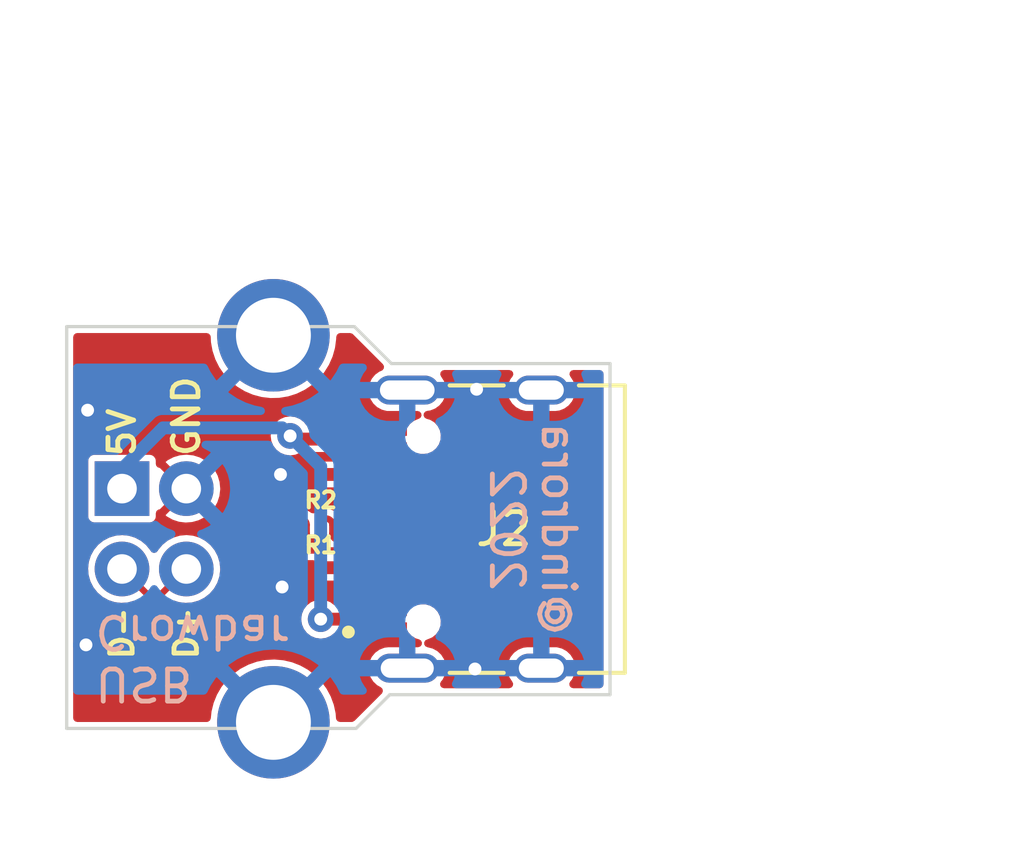
<source format=kicad_pcb>
(kicad_pcb (version 20221018) (generator pcbnew)
  (layers (0 "F.Cu" signal) (31 "B.Cu" signal) (34 "B.Paste" user) (35 "F.Paste" user) (36 "B.SilkS" user "B.Silkscreen") (37 "F.SilkS" user "F.Silkscreen") (38 "B.Mask" user) (39 "F.Mask" user) (44 "Edge.Cuts" user))
  (net 0 "")
  (net 3 "/D-")
  (net 4 "/D+")
  (net 5 "Net-(J2-PadA5)")
  (net 6 "Net-(J2-PadB5)")
  (net 7 "VBUS")
  (net 8 "GND")
  (footprint "Connector_USB:USB_B_OST_USB-B1HSxx_Horizontal" (layer "F.Cu") (at 121.92 104.14)
    (fp_text reference "J1" hide)
    (fp_text value "USB_B")
    (fp_text user "D+" (at 2 4.5 90 unlocked) (layer "F.SilkS") (effects (font (size 0.7 0.7))))
    (fp_text user "D-" (at 0 4.5 90 unlocked) (layer "F.SilkS") (effects (font (size 0.7 0.7))))
    (fp_text user "5V" (at 0 -1.75 90 unlocked) (layer "F.SilkS") (effects (font (size 0.8 0.8))))
    (fp_text user "GND" (at 2 -2.25 90 unlocked) (layer "F.SilkS") (effects (font (size 0.8 0.8))))
    (pad "1" thru_hole rect (at 0 0) (size 1.7 1.7) (drill 0.92) (layers "*.Cu" "*.Mask") (net 7 "VBUS"))
    (pad "2" thru_hole circle (at 0 2.5) (size 1.7 1.7) (drill 0.92) (layers "*.Cu" "*.Mask") (net 3 "/D-"))
    (pad "3" thru_hole circle (at 2 2.5) (size 1.7 1.7) (drill 0.92) (layers "*.Cu" "*.Mask") (net 4 "/D+"))
    (pad "4" thru_hole circle (at 2 0) (size 1.7 1.7) (drill 0.92) (layers "*.Cu" "*.Mask") (net 8 "GND"))
    (pad "5" thru_hole circle (at 4.71 -4.77) (size 3.5 3.5) (drill 2.33) (property pad_prop_castellated) (layers "*.Cu" "*.Mask") (net 8 "GND"))
    (pad "5" thru_hole circle (at 4.71 7.27) (size 3.5 3.5) (drill 2.33) (property pad_prop_castellated) (layers "*.Cu" "*.Mask") (net 8 "GND"))
  )
  (footprint "Library:HRO_TYPE-C-31-M-12" (layer "F.Cu") (at 134.9625 105.4 90)
    (fp_text reference "J2" (at 0 -1.1625 180) (layer "F.SilkS"))
    (fp_text value "USB_C_Receptacle_USB2.0")
    (fp_line (start -4.47 -2.85) (end -4.47 -1.17) (stroke (width 0.127)) (layer "F.SilkS"))
    (fp_line (start -4.47 2.6) (end -4.47 1.17) (stroke (width 0.127)) (layer "F.SilkS"))
    (fp_line (start -4.47 2.6) (end 4.47 2.6) (stroke (width 0.127)) (layer "F.SilkS"))
    (fp_line (start 4.47 -2.85) (end 4.47 -1.17) (stroke (width 0.127)) (layer "F.SilkS"))
    (fp_line (start 4.47 2.6) (end 4.47 1.17) (stroke (width 0.127)) (layer "F.SilkS"))
    (fp_circle (center -3.2 -6) (end -3.1 -6) (stroke (width 0.2)) (fill none) (layer "F.SilkS"))
    (pad "" np_thru_hole circle (at -2.89 -3.68 90) (size 0.6 0.6) (drill 0.6) (layers "*.Cu" "*.Mask"))
    (pad "" np_thru_hole circle (at 2.89 -3.68 90) (size 0.6 0.6) (drill 0.6) (layers "*.Cu" "*.Mask"))
    (pad "A1/B12" smd rect (at -3.2 -4.75 90) (size 0.6 1.14) (layers "F.Cu" "F.Paste") (net 8 "GND"))
    (pad "A4/B9" smd rect (at -2.4 -4.75 90) (size 0.6 1.14) (layers "F.Cu" "F.Paste") (net 7 "VBUS"))
    (pad "A5" smd rect (at -1.25 -4.75 90) (size 0.3 1.14) (layers "F.Cu" "F.Paste") (net 5 "Net-(J2-PadA5)"))
    (pad "A6" smd rect (at -0.25 -4.75 90) (size 0.3 1.14) (layers "F.Cu" "F.Paste") (net 4 "/D+"))
    (pad "A7" smd rect (at 0.25 -4.75 90) (size 0.3 1.14) (layers "F.Cu" "F.Paste") (net 3 "/D-"))
    (pad "A8" smd rect (at 1.25 -4.75 90) (size 0.3 1.14) (layers "F.Cu" "F.Paste"))
    (pad "B1/A12" smd rect (at 3.2 -4.75 90) (size 0.6 1.14) (layers "F.Cu" "F.Paste") (net 8 "GND"))
    (pad "B4/A9" smd rect (at 2.4 -4.75 90) (size 0.6 1.14) (layers "F.Cu" "F.Paste") (net 7 "VBUS"))
    (pad "B5" smd rect (at 1.75 -4.75 90) (size 0.3 1.14) (layers "F.Cu" "F.Paste") (net 6 "Net-(J2-PadB5)"))
    (pad "B6" smd rect (at 0.75 -4.75 90) (size 0.3 1.14) (layers "F.Cu" "F.Paste") (net 4 "/D+"))
    (pad "B7" smd rect (at -0.75 -4.75 90) (size 0.3 1.14) (layers "F.Cu" "F.Paste") (net 3 "/D-"))
    (pad "B8" smd rect (at -1.75 -4.75 90) (size 0.3 1.14) (layers "F.Cu" "F.Paste"))
    (pad "S1" thru_hole oval (at -4.325 -4.17 90) (size 0.9 2) (drill oval 0.6 1.65) (layers "*.Cu" "*.Mask" "F.Paste") (net 8 "GND"))
    (pad "S2" thru_hole oval (at 4.325 -4.17 90) (size 0.9 2) (drill oval 0.6 1.7) (layers "*.Cu" "*.Mask" "F.Paste") (net 8 "GND"))
    (pad "S3" thru_hole oval (at -4.325 0 90) (size 0.9 1.7) (drill oval 0.6 1.4) (layers "*.Cu" "*.Mask" "F.Paste") (net 8 "GND"))
    (pad "S4" thru_hole oval (at 4.325 0 90) (size 0.9 1.7) (drill oval 0.6 1.4) (layers "*.Cu" "*.Mask" "F.Paste") (net 8 "GND"))
  )
  (footprint "Resistor_SMD:R_0201_0603Metric" (layer "F.Cu") (at 128.1 106.6)
    (fp_text reference "R1" (at 0 -0.7) (layer "F.SilkS") (effects (font (size 0.5 0.5) (thickness 0.125))))
    (fp_text value "5.1K")
    (pad "1" smd roundrect (at -0.32 0) (size 0.46 0.4) (layers "F.Cu" "F.Mask") (net 8 "GND"))
    (pad "2" smd roundrect (at 0.32 0) (size 0.46 0.4) (layers "F.Cu" "F.Mask") (net 5 "Net-(J2-PadA5)"))
  )
  (footprint "Resistor_SMD:R_0201_0603Metric" (layer "F.Cu") (at 128.1 103.7)
    (fp_text reference "R2" (at 0 0.8) (layer "F.SilkS") (effects (font (size 0.5 0.5) (thickness 0.125))))
    (fp_text value "5.1K")
    (pad "1" smd roundrect (at -0.32 0) (size 0.46 0.4) (layers "F.Cu" "F.Mask") (net 8 "GND"))
    (pad "2" smd roundrect (at 0.32 0) (size 0.46 0.4) (layers "F.Cu" "F.Mask") (net 6 "Net-(J2-PadB5)"))
  )
  (gr_line (start 120.2 111.6) (end 120.2 99.1) (stroke (width 0.1)) (layer "Edge.Cuts"))
  (gr_line (start 129.2 111.6) (end 120.2 111.6) (stroke (width 0.1)) (layer "Edge.Cuts"))
  (gr_line (start 137.1 100.25) (end 137.1 110.55) (stroke (width 0.1)) (layer "Edge.Cuts"))
  (gr_line (start 130.25 110.55) (end 137.1 110.55) (stroke (width 0.1)) (layer "Edge.Cuts"))
  (gr_line (start 130.3 100.25) (end 137.1 100.25) (stroke (width 0.1)) (layer "Edge.Cuts"))
  (gr_line (start 120.2 99.1) (end 129.15 99.1) (stroke (width 0.1)) (layer "Edge.Cuts"))
  (gr_line (start 129.15 99.1) (end 130.3 100.25) (stroke (width 0.1)) (layer "Edge.Cuts"))
  (gr_line (start 129.2 111.6) (end 130.25 110.55) (stroke (width 0.1)) (layer "Edge.Cuts"))
  (gr_text "USB\nCrowbar" (at 121 109.4 180) (layer "B.SilkS") (effects (font (size 1 1)) (justify left mirror)))
  (gr_text "@indrora\n2022" (at 134.7 105.4 270) (layer "B.SilkS") (effects (font (size 1 1)) (justify mirror)))
  (segment (start 131.05 106.15) (end 130.2125 106.15) (width 0.2) (layer "F.Cu") (net 3))
  (segment (start 121.92 106.64) (end 122.7565 107.4765) (width 0.2) (layer "F.Cu") (net 3))
  (segment (start 130.2125 105.15) (end 130.9825 105.15) (width 0.2) (layer "F.Cu") (net 3))
  (segment (start 122.7565 107.4765) (end 122.7565 108.487724) (width 0.2) (layer "F.Cu") (net 3))
  (segment (start 129.270999 106.0635) (end 129.357499 106.15) (width 0.2) (layer "F.Cu") (net 3))
  (segment (start 122.7565 108.487724) (end 123.132276 108.8635) (width 0.2) (layer "F.Cu") (net 3))
  (segment (start 130.9825 105.15) (end 131.15 105.3175) (width 0.2) (layer "F.Cu") (net 3))
  (segment (start 123.132276 108.8635) (end 125.217724 108.8635) (width 0.2) (layer "F.Cu") (net 3))
  (segment (start 125.9135 108.167724) (end 125.9135 106.717724) (width 0.2) (layer "F.Cu") (net 3))
  (segment (start 126.567724 106.0635) (end 129.270999 106.0635) (width 0.2) (layer "F.Cu") (net 3))
  (segment (start 125.9135 106.717724) (end 126.567724 106.0635) (width 0.2) (layer "F.Cu") (net 3))
  (segment (start 125.217724 108.8635) (end 125.9135 108.167724) (width 0.2) (layer "F.Cu") (net 3))
  (segment (start 131.15 106.05) (end 131.05 106.15) (width 0.2) (layer "F.Cu") (net 3))
  (segment (start 129.357499 106.15) (end 130.2125 106.15) (width 0.2) (layer "F.Cu") (net 3))
  (segment (start 131.15 105.3175) (end 131.15 106.05) (width 0.2) (layer "F.Cu") (net 3))
  (segment (start 125.082276 108.5365) (end 123.267724 108.5365) (width 0.2) (layer "F.Cu") (net 4))
  (segment (start 127.2635 105.270663) (end 127.2635 105.5365) (width 0.2) (layer "F.Cu") (net 4))
  (segment (start 130.2125 104.65) (end 129.3 104.65) (width 0.2) (layer "F.Cu") (net 4))
  (segment (start 129.05 105.5) (end 128.8135 105.7365) (width 0.2) (layer "F.Cu") (net 4))
  (segment (start 123.0835 107.4765) (end 123.92 106.64) (width 0.2) (layer "F.Cu") (net 4))
  (segment (start 128.8135 105.7365) (end 128.6635 105.7365) (width 0.2) (layer "F.Cu") (net 4))
  (segment (start 128.4635 105.5365) (end 128.4635 105.270663) (width 0.2) (layer "F.Cu") (net 4))
  (segment (start 127.0635 105.7365) (end 127.0135 105.7365) (width 0.2) (layer "F.Cu") (net 4))
  (segment (start 129.3 104.65) (end 129.05 104.9) (width 0.2) (layer "F.Cu") (net 4))
  (segment (start 127.6635 105.5365) (end 127.6635 105.270663) (width 0.2) (layer "F.Cu") (net 4))
  (segment (start 129.05 104.9) (end 129.05 105.5) (width 0.2) (layer "F.Cu") (net 4))
  (segment (start 126.432276 105.7365) (end 125.5865 106.582276) (width 0.2) (layer "F.Cu") (net 4))
  (segment (start 123.267724 108.5365) (end 123.0835 108.352276) (width 0.2) (layer "F.Cu") (net 4))
  (segment (start 129.270999 105.7365) (end 129.357499 105.65) (width 0.2) (layer "F.Cu") (net 4))
  (segment (start 128.8135 105.7365) (end 129.270999 105.7365) (width 0.2) (layer "F.Cu") (net 4))
  (segment (start 129.357499 105.65) (end 130.2125 105.65) (width 0.2) (layer "F.Cu") (net 4))
  (segment (start 125.5865 106.582276) (end 125.5865 108.032276) (width 0.2) (layer "F.Cu") (net 4))
  (segment (start 128.0635 105.270663) (end 128.0635 105.5365) (width 0.2) (layer "F.Cu") (net 4))
  (segment (start 123.0835 108.352276) (end 123.0835 107.4765) (width 0.2) (layer "F.Cu") (net 4))
  (segment (start 125.5865 108.032276) (end 125.082276 108.5365) (width 0.2) (layer "F.Cu") (net 4))
  (segment (start 127.0135 105.7365) (end 126.432276 105.7365) (width 0.2) (layer "F.Cu") (net 4))
  (arc (start 127.2635 105.5365) (mid 127.204921 105.677921) (end 127.0635 105.7365) (width 0.2) (layer "F.Cu") (net 4))
  (arc (start 127.6635 105.270663) (mid 127.604921 105.129242) (end 127.4635 105.070663) (width 0.2) (layer "F.Cu") (net 4))
  (arc (start 128.6635 105.7365) (mid 128.522079 105.677921) (end 128.4635 105.5365) (width 0.2) (layer "F.Cu") (net 4))
  (arc (start 127.8635 105.7365) (mid 127.722079 105.677921) (end 127.6635 105.5365) (width 0.2) (layer "F.Cu") (net 4))
  (arc (start 128.0635 105.5365) (mid 128.004921 105.677921) (end 127.8635 105.7365) (width 0.2) (layer "F.Cu") (net 4))
  (arc (start 127.4635 105.070663) (mid 127.322079 105.129242) (end 127.2635 105.270663) (width 0.2) (layer "F.Cu") (net 4))
  (arc (start 128.2635 105.070663) (mid 128.122079 105.129242) (end 128.0635 105.270663) (width 0.2) (layer "F.Cu") (net 4))
  (arc (start 128.4635 105.270663) (mid 128.404921 105.129242) (end 128.2635 105.070663) (width 0.2) (layer "F.Cu") (net 4))
  (segment (start 128.47 106.65) (end 130.2125 106.65) (width 0.2) (layer "F.Cu") (net 5))
  (segment (start 128.42 106.6) (end 128.47 106.65) (width 0.2) (layer "F.Cu") (net 5))
  (segment (start 128.42 103.7) (end 130.1625 103.7) (width 0.2) (layer "F.Cu") (net 6))
  (segment (start 130.1625 103.7) (end 130.2125 103.65) (width 0.2) (layer "F.Cu") (net 6))
  (segment (start 130.2125 107.8) (end 129.15 107.8) (width 0.4) (layer "F.Cu") (net 7))
  (segment (start 128.75 108.2) (end 128.1 108.2) (width 0.4) (layer "F.Cu") (net 7))
  (segment (start 129.05 103) (end 130.2125 103) (width 0.4) (layer "F.Cu") (net 7))
  (segment (start 127.25 102.6) (end 128.65 102.6) (width 0.4) (layer "F.Cu") (net 7))
  (segment (start 127.15 102.5) (end 127.25 102.6) (width 0.4) (layer "F.Cu") (net 7))
  (segment (start 128.65 102.6) (end 129.05 103) (width 0.4) (layer "F.Cu") (net 7))
  (segment (start 128.75 108.2) (end 129.15 107.8) (width 0.4) (layer "F.Cu") (net 7))
  (via (at 128.1 108.2) (size 0.8) (drill 0.4) (layers "F.Cu" "B.Cu") (net 7))
  (via (at 127.15 102.5) (size 0.8) (drill 0.4) (layers "F.Cu" "B.Cu") (net 7))
  (segment (start 123.2 102.25) (end 126.9 102.25) (width 0.4) (layer "B.Cu") (net 7))
  (segment (start 121.92 104.14) (end 121.92 103.53) (width 0.4) (layer "B.Cu") (net 7))
  (segment (start 126.9 102.25) (end 127.15 102.5) (width 0.4) (layer "B.Cu") (net 7))
  (segment (start 121.92 103.53) (end 123.1 102.35) (width 0.4) (layer "B.Cu") (net 7))
  (segment (start 128.1 108.2) (end 128.1 103.45) (width 0.4) (layer "B.Cu") (net 7))
  (segment (start 123.1 102.35) (end 123.2 102.25) (width 0.4) (layer "B.Cu") (net 7))
  (segment (start 128.1 103.45) (end 127.15 102.5) (width 0.4) (layer "B.Cu") (net 7))
  (via (at 120.8 109) (size 0.8) (drill 0.4) (layers "F.Cu" "B.Cu") (net 8))
  (via (at 126.9 107.2) (size 0.8) (drill 0.4) (layers "F.Cu" "B.Cu") (net 8))
  (via (at 132.95 101.05) (size 0.8) (drill 0.4) (layers "F.Cu" "B.Cu") (net 8))
  (via (at 132.9 109.75) (size 0.8) (drill 0.4) (layers "F.Cu" "B.Cu") (net 8))
  (via (at 126.85 103.7) (size 0.8) (drill 0.4) (layers "F.Cu" "B.Cu") (net 8))
  (via (at 120.85 101.7) (size 0.8) (drill 0.4) (layers "F.Cu" "B.Cu") (net 8))
  (zone (net 8) (net_name "GND") (layer "F.Cu") (connect_pads thru_hole_only (clearance 0.2)) (min_thickness 0.254) (fill yes (thermal_gap 0.2) (thermal_bridge_width 0.255) (smoothing fillet) (radius 0.5))
    (polygon (pts (xy 137.1 110.5) (xy 130.25 110.5) (xy 129.2 111.55) (xy 120.2 111.55) (xy 120.2 99.05) (xy 129.15 99.05) (xy 130.3 100.2) (xy 137.1 100.2)))
  )
  (zone (net 8) (net_name "GND") (layer "B.Cu") (connect_pads (clearance 0.2)) (min_thickness 0.254) (fill yes (thermal_gap 0.508) (thermal_bridge_width 0.508))
    (polygon (pts (xy 137.1 110.55) (xy 120.2 110.55) (xy 120.2 100.25) (xy 137.1 100.25)))
  )
)
</source>
